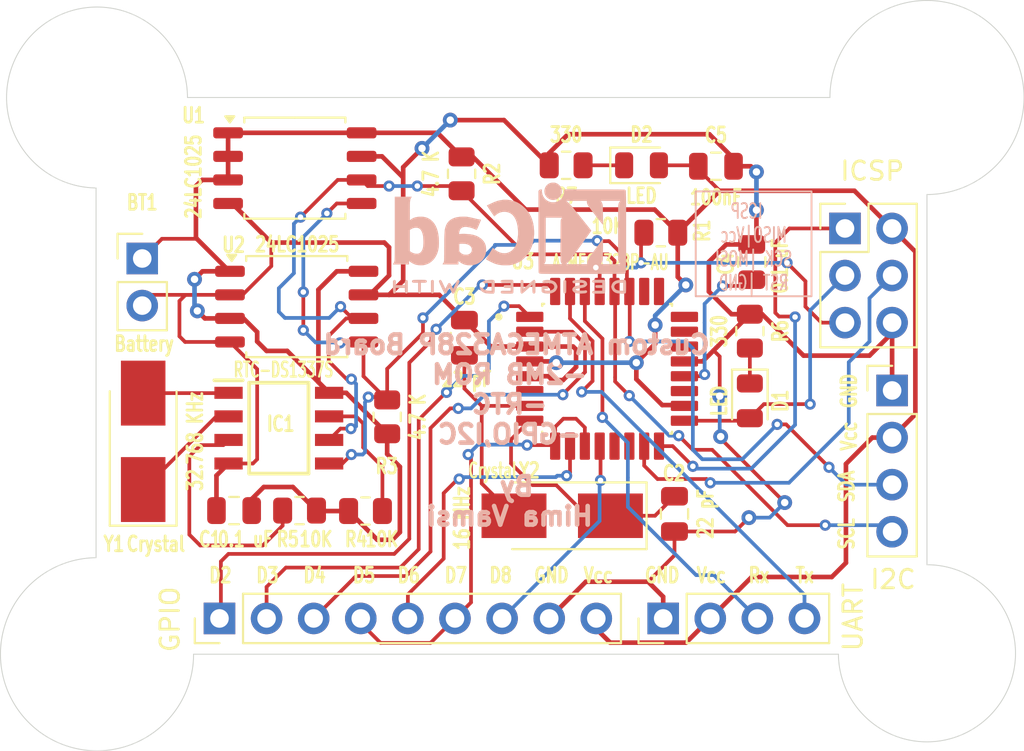
<source format=kicad_pcb>
(kicad_pcb (version 20240108) (generator "pcbnew") (generator_version "8.0")
  (title_block (title "${Project_Name}") (date "2024-07-28") (rev "1") (company "V Hima Vamsi") (comment 1 "2-Layerd Design"))
  (layers (0 "F.Cu" mixed) (31 "B.Cu" mixed) (34 "B.Paste" user) (35 "F.Paste" user) (36 "B.SilkS" user "B.Silkscreen") (37 "F.SilkS" user "F.Silkscreen") (38 "B.Mask" user) (39 "F.Mask" user) (44 "Edge.Cuts" user))
  (property "Project_Name" "MCU Datalogger with memory and clk")
  (net 0 "")
  (net 1 "GND")
  (net 2 "/Vcc")
  (net 3 "Net-(U3-PB7)")
  (net 4 "Net-(U3-PB6)")
  (net 5 "Net-(U3-AREF)")
  (net 6 "/SCL")
  (net 7 "Net-(D1-K)")
  (net 8 "Net-(D2-K)")
  (net 9 "/SDA")
  (net 10 "/INTA")
  (net 11 "Net-(IC1-SQW{slash}~{INTB})")
  (net 12 "Net-(IC1-X1)")
  (net 13 "Net-(IC1-X2)")
  (net 14 "/Rx")
  (net 15 "/Tx")
  (net 16 "/D3")
  (net 17 "/D7")
  (net 18 "/D2")
  (net 19 "/D8")
  (net 20 "/D6")
  (net 21 "/D4")
  (net 22 "/MISO")
  (net 23 "/RESET")
  (net 24 "/MOSI")
  (net 34 "/SCK")
  (footprint "LED_SMD:LED_0805_2012Metric" (layer "F.Cu") (at 156.3624 90.0684)
    (property "Reference" "D2")
    (property "Value" "LED")
  )
  (footprint "MountingHole:MountingHole_2.1mm" (layer "F.Cu") (at 127 116.3828)
    (property "Reference" "H3" (hide yes))
    (property "Value" "MountingHole" (hide yes))
  )
  (footprint "Package_SO:SOIC-8_5.23x5.23mm_P1.27mm" (layer "F.Cu") (at 137.668 90.2208)
    (property "Reference" "U1")
    (property "Value" "24LC1025")
  )
  (footprint "Capacitor_SMD:C_0805_2012Metric" (layer "F.Cu") (at 146.812 99.3648 -90)
    (property "Reference" "C3")
    (property "Value" "22 pF")
  )
  (footprint "Connector_PinHeader_2.54mm:PinHeader_1x09_P2.54mm_Vertical" (layer "F.Cu") (at 133.604 114.5032 90)
    (property "Reference" "J3" (hide yes))
    (property "Value" "Conn_01x09_Pin" (hide yes))
  )
  (footprint "Crystal:Crystal_SMD_5032-2Pin_5.0x3.2mm_HandSoldering" (layer "F.Cu") (at 152.086 108.966 180)
    (property "Reference" "Y2")
    (property "Value" "16 MHz")
  )
  (footprint "MountingHole:MountingHole_2.1mm" (layer "F.Cu") (at 171.7548 116.3828)
    (property "Reference" "H4" (hide yes))
    (property "Value" "MountingHole" (hide yes))
  )
  (footprint "Capacitor_SMD:C_0805_2012Metric" (layer "F.Cu") (at 134.3914 108.6866 180)
    (property "Reference" "C1")
    (property "Value" "0.1 uF")
  )
  (footprint "Resistor_SMD:R_0805_2012Metric" (layer "F.Cu") (at 137.922 108.6866 180)
    (property "Reference" "R5")
    (property "Value" "10K")
  )
  (footprint "Footprints for MCU DATA LOGGER:SOIC127P600X175-8N" (layer "F.Cu") (at 136.8044 104.2416)
    (property "Reference" "IC1" (hide yes))
    (property "Value" "DS1337S+T&R" (hide yes))
  )
  (footprint "Package_SO:SOIC-8_5.23x5.23mm_P1.27mm" (layer "F.Cu") (at 137.7696 97.6884)
    (property "Reference" "U2")
    (property "Value" "24LC1025")
  )
  (footprint "Resistor_SMD:R_0805_2012Metric" (layer "F.Cu") (at 152.2984 90.0684 180)
    (property "Reference" "R7")
    (property "Value" "330")
  )
  (footprint "Connector_PinHeader_2.54mm:PinHeader_1x04_P2.54mm_Vertical" (layer "F.Cu") (at 157.5308 114.5032 90)
    (property "Reference" "J2" (hide yes))
    (property "Value" "Conn_01x04_Pin" (hide yes))
  )
  (footprint "LED_SMD:LED_0805_2012Metric" (layer "F.Cu") (at 162.2044 102.7684 -90)
    (property "Reference" "D1")
    (property "Value" "LED")
  )
  (footprint "Resistor_SMD:R_0805_2012Metric" (layer "F.Cu") (at 162.2044 99.0092 -90)
    (property "Reference" "R6")
    (property "Value" "330")
  )
  (footprint "Footprints for MCU DATA LOGGER:QFP80P900X900X120-32N" (layer "F.Cu") (at 154.5064 101.0412)
    (property "Reference" "U3")
    (property "Value" "ATMEGA328P-AU")
  )
  (footprint "Capacitor_SMD:C_0805_2012Metric" (layer "F.Cu") (at 162.306 95.2856 90)
    (property "Reference" "C4")
    (property "Value" "0.1 uF")
  )
  (footprint "Capacitor_SMD:C_0805_2012Metric" (layer "F.Cu") (at 158.1404 108.8644 90)
    (property "Reference" "C2")
    (property "Value" "22 pF")
  )
  (footprint "MountingHole:MountingHole_2.1mm" (layer "F.Cu") (at 171.7548 86.36)
    (property "Reference" "H2" (hide yes))
    (property "Value" "MountingHole" (hide yes))
  )
  (footprint "Connector_PinHeader_2.54mm:PinHeader_2x03_P2.54mm_Vertical" (layer "F.Cu") (at 167.3352 93.472)
    (property "Reference" "J4" (hide yes))
    (property "Value" "Conn_02x03_Odd_Even" (hide yes))
  )
  (footprint "Resistor_SMD:R_0805_2012Metric" (layer "F.Cu") (at 157.4038 93.7006 180)
    (property "Reference" "R1" (hide yes))
    (property "Value" "10K")
  )
  (footprint "Crystal:Crystal_SMD_5032-2Pin_5.0x3.2mm_HandSoldering" (layer "F.Cu") (at 129.4892 104.9528 90)
    (property "Reference" "Y1")
    (property "Value" "32.768 KHz")
  )
  (footprint "Resistor_SMD:R_0805_2012Metric" (layer "F.Cu") (at 142.6464 103.632 90)
    (property "Reference" "R3")
    (property "Value" "4.7 K")
  )
  (footprint "Connector_PinHeader_2.54mm:PinHeader_1x02_P2.54mm_Vertical" (layer "F.Cu") (at 129.4384 95.0926)
    (property "Reference" "BT1")
    (property "Value" "Battery")
  )
  (footprint "Connector_PinHeader_2.54mm:PinHeader_1x04_P2.54mm_Vertical" (layer "F.Cu") (at 169.8752 102.2096)
    (property "Reference" "J1" (hide yes))
    (property "Value" "Conn_01x04_Pin" (hide yes))
  )
  (footprint "MountingHole:MountingHole_2.1mm" (layer "F.Cu") (at 127 86.36)
    (property "Reference" "H1" (hide yes))
    (property "Value" "MountingHole" (hide yes))
  )
  (footprint "Resistor_SMD:R_0805_2012Metric" (layer "F.Cu") (at 146.6596 90.5275 -90)
    (property "Reference" "R2")
    (property "Value" "4.7 K")
  )
  (footprint "Capacitor_SMD:C_0805_2012Metric" (layer "F.Cu") (at 160.3756 90.1192)
    (property "Reference" "C5")
    (property "Value" "100nF")
  )
  (footprint "Resistor_SMD:R_0805_2012Metric" (layer "F.Cu") (at 141.478 108.712)
    (property "Reference" "R4")
    (property "Value" "10K")
  )
  (footprint "Symbol:KiCad-Logo2_5mm_SilkScreen" (layer "B.Cu") (at 149.2504 93.98 180)
    (property "Reference" "REF**" (hide yes))
    (property "Value" "KiCad-Logo2_5mm_SilkScreen" (hide yes))
  )
  (gr_line (start 171.7548 111.607477) (end 171.7548 91.6432) (stroke (width 0.05)) (layer "Edge.Cuts"))
  (gr_line (start 132.206665 116.4336) (end 166.979746 116.4336) (stroke (width 0.05)) (layer "Edge.Cuts"))
  (gr_arc (start 166.5224 86.4108) (mid 175.454666 82.710934) (end 171.7548 91.6432) (stroke (width 0.05)) (layer "Edge.Cuts"))
  (gr_arc (start 132.206665 116.4336) (mid 123.339424 120.13624) (end 126.940513 111.227275) (stroke (width 0.05)) (layer "Edge.Cuts"))
  (gr_arc (start 126.9492 91.287863) (mid 123.569216 82.944095) (end 131.877328 86.4108) (stroke (width 0.05)) (layer "Edge.Cuts"))
  (gr_arc (start 171.7548 111.607477) (mid 175.149325 119.741506) (end 166.979746 116.433455) (stroke (width 0.05)) (layer "Edge.Cuts"))
  (gr_line (start 166.5224 86.4108) (end 131.877328 86.4108) (stroke (width 0.05)) (layer "Edge.Cuts"))
  (gr_line (start 126.9492 91.287863) (end 126.9492 111.227275) (stroke (width 0.05)) (layer "Edge.Cuts"))
  (gr_text "By \nHima Vamsi" (at 149.244783 109.5756 0) (layer "B.SilkS") (effects (font (size 1 1) (thickness 0.25) (bold yes)) (justify bottom mirror)))
  (gr_text "Custom ATMEGA328P Board \n-2MB ROM\n-RTC\n-GPIO,I2C" (at 149.244783 105.156 0) (layer "B.SilkS") (effects (font (size 1 1) (thickness 0.25) (bold yes)) (justify bottom mirror)))
  (gr_text "Vcc" (at 168.021 105.537 90) (layer "F.SilkS") (effects (font (size 0.8 0.6) (thickness 0.15) (bold yes)) (justify left bottom)))
  (gr_text "Rx" (at 162.052 112.649 0) (layer "F.SilkS") (effects (font (size 0.8 0.6) (thickness 0.15) (bold yes)) (justify left bottom)))
  (gr_text "D4\n" (at 138.049 112.649 0) (layer "F.SilkS") (effects (font (size 0.8 0.6) (thickness 0.15) (bold yes)) (justify left bottom)))
  (gr_text "Vcc" (at 153.162 112.649 0) (layer "F.SilkS") (effects (font (size 0.8 0.6) (thickness 0.15) (bold yes)) (justify left bottom)))
  (gr_text "D2" (at 132.969 112.649 0) (layer "F.SilkS") (effects (font (size 0.8 0.6) (thickness 0.15) (bold yes)) (justify left bottom)))
  (gr_text "GND\n" (at 156.464 112.649 0) (layer "F.SilkS") (effects (font (size 0.8 0.6) (thickness 0.15) (bold yes)) (justify left bottom)))
  (gr_text "D7\n" (at 145.669 112.649 0) (layer "F.SilkS") (effects (font (size 0.8 0.6) (thickness 0.15) (bold yes)) (justify left bottom)))
  (gr_text "D6" (at 143.129 112.649 0) (layer "F.SilkS") (effects (font (size 0.8 0.6) (thickness 0.15) (bold yes)) (justify left bottom)))
  (gr_text "GND\n" (at 168.021 103.251 90) (layer "F.SilkS") (effects (font (size 0.8 0.6) (thickness 0.15) (bold yes)) (justify left bottom)))
  (gr_text "Vcc" (at 159.258 112.649 0) (layer "F.SilkS") (effects (font (size 0.8 0.6) (thickness 0.15) (bold yes)) (justify left bottom)))
  (gr_text "D3\n" (at 135.509 112.649 0) (layer "F.SilkS") (effects (font (size 0.8 0.6) (thickness 0.15) (bold yes)) (justify left bottom)))
  (gr_text "Tx" (at 164.592 112.649 0) (layer "F.SilkS") (effects (font (size 0.8 0.6) (thickness 0.15) (bold yes)) (justify left bottom)))
  (gr_text "SCL" (at 167.894 110.871 90) (layer "F.SilkS") (effects (font (size 0.8 0.6) (thickness 0.15) (bold yes)) (justify left bottom)))
  (gr_text "D5" (at 140.716 112.649 0) (layer "F.SilkS") (effects (font (size 0.8 0.6) (thickness 0.15) (bold yes)) (justify left bottom)))
  (gr_text "GND\n" (at 150.495 112.649 0) (layer "F.SilkS") (effects (font (size 0.8 0.6) (thickness 0.15) (bold yes)) (justify left bottom)))
  (gr_text "D8\n" (at 148.082 112.649 0) (layer "F.SilkS") (effects (font (size 0.8 0.6) (thickness 0.15) (bold yes)) (justify left bottom)))
  (gr_text "SDA" (at 167.894 108.331 90) (layer "F.SilkS") (effects (font (size 0.8 0.6) (thickness 0.15) (bold yes)) (justify left bottom)))
  (gr_text_box "  ICSP\nMISO|Vcc\nSCK |MOSI\nRST |GND" (start 159.285267 91.474424) (end 165.529933 97.1296) (layer "B.SilkS") (effects (font (size 0.8 0.5) (thickness 0.1)) (justify top mirror)) (border yes) (stroke (width 0.1)))
  (segment (start 130.0176 97.0534) (end 129.4384 97.6326) (width 0.2) (layer "F.Cu") (net 1))
  (segment (start 162.306 94.3356) (end 160.9344 94.3356) (width 0.25) (layer "F.Cu") (net 1))
  (segment (start 142.494 94.234) (end 136.398 94.234) (width 0.25) (layer "F.Cu") (net 1))
  (segment (start 159.9946 95.2754) (end 159.9946 96.8756) (width 0.25) (layer "F.Cu") (net 1))
  (segment (start 145.4506 97.0534) (end 142.748 97.0534) (width 0.25) (layer "F.Cu") (net 1))
  (segment (start 142.748 94.488) (end 142.494 94.234) (width 0.25) (layer "F.Cu") (net 1))
  (segment (start 143.51 90.7288) (end 143.51 96.2914) (width 0.25) (layer "F.Cu") (net 1))
  (segment (start 134.1696 97.0534) (end 132.2832 97.0534) (width 0.2) (layer "F.Cu") (net 1))
  (segment (start 152.6732 99.8412) (end 152.8318 99.9998) (width 0.25) (layer "F.Cu") (net 1))
  (segment (start 156.718 112.522) (end 157.5308 113.3348) (width 0.25) (layer "F.Cu") (net 1))
  (segment (start 152.8318 99.9998) (end 152.8318 100.932) (width 0.25) (layer "F.Cu") (net 1))
  (segment (start 162.2552 90.1192) (end 162.56 90.424) (width 0.25) (layer "F.Cu") (net 1))
  (segment (start 134.1696 97.0534) (end 134.8486 97.0534) (width 0.2) (layer "F.Cu") (net 1))
  (segment (start 142.748 96.012) (end 142.748 94.488) (width 0.25) (layer "F.Cu") (net 1))
  (segment (start 141.268 89.5858) (end 142.367 89.5858) (width 0.25) (layer "F.Cu") (net 1))
  (segment (start 131.445 97.3836) (end 131.7752 97.0534) (width 0.2) (layer "F.Cu") (net 1))
  (segment (start 131.7752 97.0534) (end 132.2832 97.0534) (width 0.2) (layer "F.Cu") (net 1))
  (segment (start 152.8394 100.9396) (end 152.1282 101.6508) (width 0.25) (layer "F.Cu") (net 1))
  (segment (start 150.3364 99.8412) (end 152.6732 99.8412) (width 0.25) (layer "F.Cu") (net 1))
  (segment (start 160.5788 100.3808) (end 160.24955 100.05155) (width 0.2) (layer "F.Cu") (net 1))
  (segment (start 160.5788 102.5144) (end 160.5788 100.3808) (width 0.2) (layer "F.Cu") (net 1))
  (segment (start 151.3859 89.4061) (end 152.4 88.392) (width 0.25) (layer "F.Cu") (net 1))
  (segment (start 143.51 96.2914) (end 142.748 97.0534) (width 0.25) (layer "F.Cu") (net 1))
  (segment (start 143.51 90.7288) (end 143.51 90.17) (width 0.25) (layer "F.Cu") (net 1))
  (segment (start 160.6296 104.8004) (end 160.6296 104.6988) (width 0.2) (layer "F.Cu") (net 1))
  (segment (start 141.7066 97.0534) (end 142.748 96.012) (width 0.25) (layer "F.Cu") (net 1))
  (segment (start 135.636 105.918) (end 135.4074 106.1466) (width 0.2) (layer "F.Cu") (net 1))
  (segment (start 165.1 100.33) (end 168.656 100.33) (width 0.25) (layer "F.Cu") (net 1))
  (segment (start 146.812 98.4148) (end 148.2384 99.8412) (width 0.25) (layer "F.Cu") (net 1))
  (segment (start 133.4414 106.7976) (end 134.0924 106.1466) (width 0.25) (layer "F.Cu") (net 1))
  (segment (start 161.4068 109.8144) (end 162.1536 109.0676) (width 0.2) (layer "F.Cu") (net 1))
  (segment (start 152.8318 100.932) (end 152.8394 100.9396) (width 0.25) (layer "F.Cu") (net 1))
  (segment (start 135.636 101.0598) (end 135.636 105.918) (width 0.2) (layer "F.Cu") (net 1))
  (segment (start 142.367 89.5858) (end 143.51 90.7288) (width 0.25) (layer "F.Cu") (net 1))
  (segment (start 169.8752 98.552) (end 169.8752 102.2096) (width 0.25) (layer "F.Cu") (net 1))
  (segment (start 160.24955 100.05155) (end 160.40055 99.90055) (width 0.25) (layer "F.Cu") (net 1))
  (segment (start 146.812 98.4148) (end 145.4506 97.0534) (width 0.25) (layer "F.Cu") (net 1))
  (segment (start 161.3256 89.6976) (end 161.3256 90.1192) (width 0.25) (layer "F.Cu") (net 1))
  (segment (start 160.40055 99.90055) (end 160.50355 99.79755) (width 0.25) (layer "F.Cu") (net 1))
  (segment (start 141.395 97.028) (end 141.3696 97.0534) (width 0.25) (layer "F.Cu") (net 1))
  (segment (start 164.084 108.2548) (end 160.6296 104.8004) (width 0.2) (layer "F.Cu") (net 1))
  (segment (start 134.068 92.1258) (end 134.2898 92.1258) (width 0.25) (layer "F.Cu") (net 1))
  (segment (start 162.56 94.0816) (end 162.306 94.3356) (width 0.25) (layer "F.Cu") (net 1))
  (segment (start 157.5308 113.3348) (end 157.5308 114.5032) (width 0.25) (layer "F.Cu") (net 1))
  (segment (start 135.4074 106.1466) (end 134.0924 106.1466) (width 0.2) (layer "F.Cu") (net 1))
  (segment (start 151.384 114.5032) (end 153.3652 112.522) (width 0.25) (layer "F.Cu") (net 1))
  (segment (start 131.445 99.2886) (end 131.445 97.3836) (width 0.2) (layer "F.Cu") (net 1))
  (segment (start 161.2157 98.0967) (end 162.2044 98.0967) (width 0.25) (layer "F.Cu") (net 1))
  (segment (start 131.7498 99.5934) (end 131.445 99.2886) (width 0.2) (layer "F.Cu") (net 1))
  (segment (start 158.1404 109.8144) (end 158.1404 111.0996) (width 0.2) (layer "F.Cu") (net 1))
  (segment (start 134.1696 99.5934) (end 131.7498 99.5934) (width 0.2) (layer "F.Cu") (net 1))
  (segment (start 152.1282 101.6508) (end 151.5492 101.6508) (width 0.25) (layer "F.Cu") (net 1))
  (segment (start 142.748 97.0534) (end 141.3696 97.0534) (width 0.25) (layer "F.Cu") (net 1))
  (segment (start 158.1404 109.8144) (end 161.4068 109.8144) (width 0.2) (layer "F.Cu") (net 1))
  (segment (start 162.8667 98.0967) (end 165.1 100.33) (width 0.25) (layer "F.Cu") (net 1))
  (segment (start 161.3256 90.1192) (end 162.2552 90.1192) (width 0.25) (layer "F.Cu") (net 1))
  (segment (start 159.9946 96.8756) (end 161.2157 98.0967) (width 0.25) (layer "F.Cu") (net 1))
  (segment (start 153.3652 112.522) (end 156.718 112.522) (width 0.25) (layer "F.Cu") (net 1))
  (segment (start 133.4414 108.6866) (end 133.4414 106.7976) (width 0.25) (layer "F.Cu") (net 1))
  (segment (start 162.56 92.4814) (end 162.56 94.0816) (width 0.25) (layer "F.Cu") (net 1))
  (segment (start 158.1404 111.0996) (end 156.718 112.522) (width 0.2) (layer "F.Cu") (net 1))
  (segment (start 162.2044 98.0967) (end 162.8667 98.0967) (width 0.25) (layer "F.Cu") (net 1))
  (segment (start 151.3396 101.4412) (end 150.3364 101.4412) (width 0.25) (layer "F.Cu") (net 1))
  (segment (start 143.51 90.17) (end 144.526 89.154) (width 0.25) (layer "F.Cu") (net 1))
  (segment (start 160.02 88.392) (end 161.3256 89.6976) (width 0.25) (layer "F.Cu") (net 1))
  (segment (start 151.5492 101.6508) (end 151.3396 101.4412) (width 0.25) (layer "F.Cu") (net 1))
  (segment (start 133.5786 106.1466) (end 134.0924 106.1466) (width 0.2) (layer "F.Cu") (net 1))
  (segment (start 158.6764 100.6412) (end 158.6828 100.6348) (width 0.25) (layer "F.Cu") (net 1))
  (segment (start 160.82105 99.48005) (end 162.2044 98.0967) (width 0.25) (layer "F.Cu") (net 1))
  (segment (start 134.8486 97.0534) (end 136.398 95.504) (width 0.2) (layer "F.Cu") (net 1))
  (segment (start 146.05 87.63) (end 148.9475 87.63) (width 0.25) (layer "F.Cu") (net 1))
  (segment (start 158.6764 100.6412) (end 159.6599 100.6412) (width 0.25) (layer "F.Cu") (net 1))
  (segment (start 152.4 88.392) (end 160.02 88.392) (width 0.25) (layer "F.Cu") (net 1))
  (segment (start 160.9344 94.3356) (end 159.9946 95.2754) (width 0.25) (layer "F.Cu") (net 1))
  (segment (start 148.9475 87.63) (end 151.3859 90.0684) (width 0.25) (layer "F.Cu") (net 1))
  (segment (start 134.1696 99.5934) (end 133.3246 99.5934) (width 0.2) (layer "F.Cu") (net 1))
  (segment (start 159.6599 100.6412) (end 160.24955 100.05155) (width 0.25) (layer "F.Cu") (net 1))
  (segment (start 168.656 100.33) (end 169.8752 99.1108) (width 0.25) (layer "F.Cu") (net 1))
  (segment (start 134.2898 92.1258) (end 136.398 94.234) (width 0.25) (layer "F.Cu") (net 1))
  (segment (start 160.50355 99.79755) (end 160.82105 99.48005) (width 0.25) (layer "F.Cu") (net 1))
  (segment (start 132.2832 97.0534) (end 130.0176 97.0534) (width 0.2) (layer "F.Cu") (net 1))
  (segment (start 148.2384 99.8412) (end 150.3364 99.8412) (width 0.25) (layer "F.Cu") (net 1))
  (segment (start 134.1696 99.5934) (end 135.636 101.0598) (width 0.2) (layer "F.Cu") (net 1))
  (segment (start 136.398 95.504) (end 136.398 94.234) (width 0.2) (layer "F.Cu") (net 1))
  (segment (start 141.3696 97.0534) (end 141.7066 97.0534) (width 0.25) (layer "F.Cu") (net 1))
  (segment (start 151.3859 90.0684) (end 151.3859 89.4061) (width 0.25) (layer "F.Cu") (net 1))
  (segment (start 169.8752 99.1108) (end 169.8752 98.552) (width 0.25) (layer "F.Cu") (net 1))
  (via (at 162.1536 109.0676) (size 0.8) (drill 0.4) (layers "F.Cu" "B.Cu") (net 1))
  (via (at 146.05 87.63) (size 0.8) (drill 0.4) (layers "F.Cu" "B.Cu") (net 1))
  (via (at 162.56 92.4814) (size 0.8) (drill 0.4) (layers "F.Cu" "B.Cu") (net 1))
  (via (at 160.5788 102.5144) (size 0.8) (drill 0.4) (layers "F.Cu" "B.Cu") (net 1))
  (via (at 144.526 89.154) (size 0.8) (drill 0.4) (layers "F.Cu" "B.Cu") (net 1))
  (via (at 160.6296 104.6988) (size 0.8) (drill 0.4) (layers "F.Cu" "B.Cu") (net 1))
  (via (at 162.56 90.424) (size 0.8) (drill 0.4) (layers "F.Cu" "B.Cu") (net 1))
  (via (at 164.084 108.2548) (size 0.8) (drill 0.4) (layers "F.Cu" "B.Cu") (net 1))
  (segment (start 162.56 90.424) (end 162.56 92.4814) (width 0.25) (layer "B.Cu") (net 1))
  (segment (start 160.6296 104.6988) (end 160.5788 104.648) (width 0.2) (layer "B.Cu") (net 1))
  (segment (start 162.1536 109.0676) (end 163.2712 109.0676) (width 0.2) (layer "B.Cu") (net 1))
  (segment (start 163.2712 109.0676) (end 164.084 108.2548) (width 0.2) (layer "B.Cu") (net 1))
  (segment (start 160.5788 104.648) (end 160.5788 102.5144) (width 0.2) (layer "B.Cu") (net 1))
  (segment (start 162.56 92.4814) (end 162.5346 92.5068) (width 0.25) (layer "B.Cu") (net 1))
  (segment (start 144.526 89.154) (end 146.05 87.63) (width 0.25) (layer "B.Cu") (net 1))
  (segment (start 142.6464 104.5445) (end 142.6464 105.6386) (width 0.25) (layer "F.Cu") (net 2))
  (segment (start 158.6322 102.997) (end 158.6764 103.0412) (width 0.25) (layer "F.Cu") (net 2))
  (segment (start 146.6596 89.615) (end 147.273 89.615) (width 0.25) (layer "F.Cu") (net 2))
  (segment (start 145.3604 88.3158) (end 146.6596 89.615) (width 0.25) (layer "F.Cu") (net 2))
  (segment (start 153.924 115.062) (end 154.6706 115.8086) (width 0.25) (layer "F.Cu") (net 2))
  (segment (start 154.6706 115.8086) (end 158.7654 115.8086) (width 0.25) (layer "F.Cu") (net 2))
  (segment (start 139.9286 95.7834) (end 138.938 96.774) (width 0.25) (layer "F.Cu") (net 2))
  (segment (start 156.083 101.6) (end 157.48 102.997) (width 0.25) (layer "F.Cu") (net 2))
  (segment (start 129.4384 95.0926) (end 130.5002 94.0308) (width 0.2) (layer "F.Cu") (net 2))
  (segment (start 132.6642 90.8558) (end 134.068 90.8558) (width 0.25) (layer "F.Cu") (net 2))
  (segment (start 159.4256 90.2887) (end 160.5769 91.44) (width 0.2) (layer "F.Cu") (net 2))
  (segment (start 171.1298 94.7266) (end 171.1298 103.495) (width 0.25) (layer "F.Cu") (net 2))
  (segment (start 141.268 88.3158) (end 145.3604 88.3158) (width 0.25) (layer "F.Cu") (net 2))
  (segment (start 139.5164 102.3366) (end 140.4385 102.3366) (width 0.25) (layer "F.Cu") (net 2))
  (segment (start 132.3848 94.0308) (end 132.334 93.98) (width 0.25) (layer "F.Cu") (net 2))
  (segment (start 153.924 114.5032) (end 153.924 115.062) (width 0.25) (layer "F.Cu") (net 2))
  (segment (start 130.5002 94.0308) (end 132.3848 94.0308) (width 0.2) (layer "F.Cu") (net 2))
  (segment (start 143.3322 109.855) (end 142.9258 110.2614) (width 0.25) (layer "F.Cu") (net 2))
  (segment (start 134.1696 95.7834) (end 132.8166 95.7834) (width 0.25) (layer "F.Cu") (net 2))
  (segment (start 157.48 102.997) (end 158.6322 102.997) (width 0.25) (layer "F.Cu") (net 2))
  (segment (start 135.3414 108.6866) (end 135.3414 108.0668) (width 0.25) (layer "F.Cu") (net 2))
  (segment (start 166.624 112.268) (end 162.306 112.268) (width 0.25) (layer "F.Cu") (net 2))
  (segment (start 158.3163 93.7006) (end 158.3163 96.0863) (width 0.25) (layer "F.Cu") (net 2))
  (segment (start 157.0717 92.456) (end 158.3163 93.7006) (width 0.25) (layer "F.Cu") (net 2))
  (segment (start 134.068 89.5858) (end 134.068 90.8558) (width 0.25) (layer "F.Cu") (net 2))
  (segment (start 135.9916 107.4166) (end 137.5645 107.4166) (width 0.25) (layer "F.Cu") (net 2))
  (segment (start 167.386 106.172) (end 167.386 111.506) (width 0.25) (layer "F.Cu") (net 2))
  (segment (start 168.8084 104.7496) (end 167.386 106.172) (width 0.25) (layer "F.Cu") (net 2))
  (segment (start 134.8994 98.3234) (end 134.1696 98.3234) (width 0.25) (layer "F.Cu") (net 2))
  (segment (start 150.3364 100.6412) (end 151.6952 100.6412) (width 0.25) (layer "F.Cu") (net 2))
  (segment (start 147.273 89.615) (end 150.114 92.456) (width 0.25) (layer "F.Cu") (net 2))
  (segment (start 135.636 99.06) (end 134.8994 98.3234) (width 0.25) (layer "F.Cu") (net 2))
  (segment (start 132.4102 97.917) (end 132.8166 98.3234) (width 0.25) (layer "F.Cu") (net 2))
  (segment (start 169.8752 104.7496) (end 168.8084 104.7496) (width 0.25) (layer "F.Cu") (net 2))
  (segment (start 137.5645 107.4166) (end 138.8345 108.6866) (width 0.25) (layer "F.Cu") (net 2))
  (segment (start 159.4256 90.1192) (end 159.4256 90.2887) (width 0.2) (layer "F.Cu") (net 2))
  (segment (start 141.3696 95.7834) (end 139.9286 95.7834) (width 0.25) (layer "F.Cu") (net 2))
  (segment (start 158.7654 115.8086) (end 160.0708 114.5032) (width 0.25) (layer "F.Cu") (net 2))
  (segment (start 138.938 96.774) (end 138.938 101.7582) (width 0.25) (layer "F.Cu") (net 2))
  (segment (start 132.8166 95.7834) (end 132.6896 95.7834) (width 0.25) (layer "F.Cu") (net 2))
  (segment (start 156.083 100.711) (end 156.083 101.6) (width 0.25) (layer "F.Cu") (net 2))
  (segment (start 140.4385 102.3366) (end 142.6464 104.5445) (width 0.25) (layer "F.Cu") (net 2))
  (segment (start 136.144 100.076) (end 135.636 99.568) (width 0.25) (layer "F.Cu") (net 2))
  (segment (start 132.8166 98.3234) (end 134.1696 98.3234) (width 0.25) (layer "F.Cu") (net 2))
  (segment (start 150.114 92.456) (end 157.0717 92.456) (width 0.25) (layer "F.Cu") (net 2))
  (segment (start 171.1298 103.495) (end 169.8752 104.7496) (width 0.25) (layer "F.Cu") (net 2))
  (segment (start 135.3414 108.0668) (end 135.9916 107.4166) (width 0.25) (layer "F.Cu") (net 2))
  (segment (start 162.306 112.268) (end 160.0708 114.5032) (width 0.25) (layer "F.Cu") (net 2))
  (segment (start 142.6464 105.6386) (end 143.3322 106.3244) (width 0.25) (layer "F.Cu") (net 2))
  (segment (start 157.2999 90.0684) (end 159.3748 90.0684) (width 0.2) (layer "F.Cu") (net 2))
  (segment (start 137.2558 100.076) (end 136.144 100.076) (width 0.25) (layer "F.Cu") (net 2))
  (segment (start 143.3322 106.3244) (end 143.3322 109.855) (width 0.25) (layer "F.Cu") (net 2))
  (segment (start 134.1696 95.7834) (end 134.1374 95.7834) (width 0.25) (layer "F.Cu") (net 2))
  (segment (start 142.9258 110.2614) (end 142.1149 110.2614) (width 0.25) (layer "F.Cu") (net 2))
  (segment (start 167.8432 91.44) (end 160.5769 91.44) (width 0.25) (layer "F.Cu") (net 2))
  (segment (start 169.8752 93.472) (end 167.8432 91.44) (width 0.25) (layer "F.Cu") (net 2))
  (segment (start 142.1149 110.2614) (end 140.5655 108.712) (width 0.25) (layer "F.Cu") (net 2))
  (segment (start 138.8599 108.712) (end 140.5655 108.712) (width 0.25) (layer "F.Cu") (net 2))
  (segment (start 134.068 88.3158) (end 141.268 88.3158) (width 0.25) (layer "F.Cu") (net 2))
  (segment (start 159.3748 90.0684) (end 159.4256 90.1192) (width 0.2) (layer "F.Cu") (net 2))
  (segment (start 157.099 98.679) (end 157.099 99.695) (width 0.25) (layer "F.Cu") (net 2))
  (segment (start 158.3163 96.0863) (end 158.75 96.52) (width 0.25) (layer "F.Cu") (net 2))
  (segment (start 132.334 93.98) (end 132.334 91.186) (width 0.25) (layer "F.Cu") (net 2))
  (segment (start 169.8752 93.472) (end 171.1298 94.7266) (width 0.25) (layer "F.Cu") (net 2))
  (segment (start 134.1374 95.7834) (end 132.3848 94.0308) (width 0.25) (layer "F.Cu") (net 2))
  (segment (start 138.8345 108.6866) (end 138.8599 108.712) (width 0.25) (layer "F.Cu") (net 2))
  (segment (start 151.6952 100.6412) (end 151.765 100.711) (width 0.25) (layer "F.Cu") (net 2))
  (segment (start 157.099 99.695) (end 156.083 100.711) (width 0.25) (layer "F.Cu") (net 2))
  (segment (start 160.0708 114.3508) (end 160.0708 114.5032) (width 0.25) (layer "F.Cu") (net 2))
  (segment (start 134.068 88.3158) (end 134.068 89.5858) (width 0.25) (layer "F.Cu") (net 2))
  (segment (start 167.386 111.506) (end 166.624 112.268) (width 0.25) (layer "F.Cu") (net 2))
  (segment (start 169.8752 93.5228) (end 169.8752 93.472) (width 0.25) (layer "F.Cu") (net 2))
  (segment (start 135.636 99.568) (end 135.636 99.06) (width 0.25) (layer "F.Cu") (net 2))
  (segment (start 132.6896 95.7834) (end 132.2578 96.2152) (width 0.25) (layer "F.Cu") (net 2))
  (segment (start 138.938 101.7582) (end 139.5164 102.3366) (width 0.25) (layer "F.Cu") (net 2))
  (segment (start 132.334 91.186) (end 132.6642 90.8558) (width 0.25) (layer "F.Cu") (net 2))
  (segment (start 139.5164 102.3366) (end 137.2558 100.076) (width 0.25) (layer "F.Cu") (net 2))
  (segment (start 160.5769 91.44) (end 158.3163 93.7006) (width 0.25) (layer "F.Cu") (net 2))
  (via (at 132.4102 97.917) (size 0.8) (drill 0.4) (layers "F.Cu" "B.Cu") (net 2))
  (via (at 157.099 98.679) (size 0.8) (drill 0.4) (layers "F.Cu" "B.Cu") (net 2))
  (via (at 132.2578 96.2152) (size 0.8) (drill 0.4) (layers "F.Cu" "B.Cu") (net 2))
  (via (at 156.083 100.711) (size 0.8) (drill 0.4) (layers "F.Cu" "B.Cu") (net 2))
  (via (at 151.765 100.711) (size 0.8) (drill 0.4) (layers "F.Cu" "B.Cu") (net 2))
  (via (at 158.75 96.52) (size 0.8) (drill 0.4) (layers "F.Cu" "B.Cu") (net 2))
  (segment (start 158.75 96.52) (end 157.099 98.171) (width 0.25) (layer "B.Cu") (net 2))
  (segment (start 132.2578 96.2152) (end 132.2578 97.7646) (width 0.25) (layer "B.Cu") (net 2))
  (segment (start 132.2578 97.7646) (end 132.4102 97.917) (width 0.25) (layer "B.Cu") (net 2))
  (segment (start 153.416 100.711) (end 156.083 100.711) (width 0.25) (layer "B.Cu") (net 2))
  (segment (start 157.099 98.171) (end 157.099 98.679) (width 0.25) (layer "B.Cu") (net 2))
  (segment (start 151.765 100.711) (end 153.416 100.711) (width 0.25) (layer "B.Cu") (net 2))
  (segment (start 154.686 108.966) (end 157.0888 108.966) (width 0.2) (layer "F.Cu") (net 3))
  (segment (start 149.3266 106.1466) (end 150.495 107.315) (width 0.2) (layer "F.Cu") (net 3))
  (segment (start 150.3364 103.8412) (end 149.3266 104.851) (width 0.2) (layer "F.Cu") (net 3))
  (segment (start 157.0888 108.966) (end 158.1404 107.9144) (width 0.2) (layer "F.Cu") (net 3))
  (segment (start 150.495 107.315) (end 151.765 107.315) (width 0.2) (layer "F.Cu") (net 3))
  (segment (start 153.416 108.966) (end 154.686 108.966) (width 0.2) (layer "F.Cu") (net 3))
  (segment (start 151.765 107.315) (end 153.416 108.966) (width 0.2) (layer "F.Cu") (net 3))
  (segment (start 149.3266 104.851) (end 149.3266 106.1466) (width 0.2) (layer "F.Cu") (net 3))
  (segment (start 147.7452 103.0412) (end 150.3364 103.0412) (width 0.2) (layer "F.Cu") (net 4))
  (segment (start 149.486 108.966) (end 147.7452 107.2252) (width 0.2) (layer "F.Cu") (net 4))
  (segment (start 146.812 100.3148) (end 146.812 102.108) (width 0.2) (layer "F.Cu") (net 4))
  (segment (start 146.812 102.108) (end 147.7452 103.0412) (width 0.2) (layer "F.Cu") (net 4))
  (segment (start 147.7452 107.2252) (end 147.7452 103.0412) (width 0.2) (layer "F.Cu") (net 4))
  (segment (start 158.6764 101.4412) (end 159.6708 101.4412) (width 0.2) (layer "F.Cu") (net 5))
  (segment (start 161.9708 96.5708) (end 162.306 96.2356) (width 0.2) (layer "F.Cu") (net 5))
  (segment (start 159.6708 101.4412) (end 159.766 101.346) (width 0.2) (layer "F.Cu") (net 5))
  (segment (start 160.7312 96.5708) (end 161.9708 96.5708) (width 0.2) (layer "F.Cu") (net 5))
  (via (at 159.766 101.346) (size 0.6) (drill 0.3) (layers "F.Cu" "B.Cu") (net 5))
  (via (at 160.7312 96.5708) (size 0.6) (drill 0.3) (layers "F.Cu" "B.Cu") (net 5))
  (segment (start 159.766 97.536) (end 160.7312 96.5708) (width 0.2) (layer "B.Cu") (net 5))
  (segment (start 159.766 98.552) (end 159.766 97.536) (width 0.2) (layer "B.Cu") (net 5))
  (segment (start 159.766 101.346) (end 159.766 98.552) (width 0.2) (layer "B.Cu") (net 5))
  (segment (start 141.268 90.8558) (end 141.5982 91.186) (width 0.2) (layer "F.Cu") (net 6))
  (segment (start 154.94 101.4984) (end 154.94 101.727) (width 0.2) (layer "F.Cu") (net 6))
  (segment (start 144.272 91.186) (end 146.4056 91.186) (width 0.2) (layer "F.Cu") (net 6))
  (segment (start 154.94 101.727) (end 155.702 102.489) (width 0.2) (layer "F.Cu") (net 6))
  (segment (start 140.1318 97.6884) (end 140.7668 98.3234) (width 0.2) (layer "F.Cu") (net 6))
  (segment (start 150.0886 94.869) (end 154.559 94.869) (width 0.2) (layer "F.Cu") (net 6))
  (segment (start 140.4366 98.3234) (end 139.4968 99.2632) (width 0.2) (layer "F.Cu") (net 6))
  (segment (start 140.7668 98.3234) (end 141.3696 98.3234) (width 0.2) (layer "F.Cu") (net 6))
  (segment (start 154.9064 95.2164) (end 154.9064 96.8712) (width 0.2) (layer "F.Cu") (net 6))
  (segment (start 160.1724 105.41) (end 164.2364 109.474) (width 0.2) (layer "F.Cu") (net 6))
  (segment (start 158.369 104.648) (end 159.131 105.41) (width 0.2) (layer "F.Cu") (net 6))
  (segment (start 139.4968 99.2632) (end 139.4968 100.6348) (width 0.2) (layer "F.Cu") (net 6))
  (segment (start 146.4056 91.186) (end 146.6596 91.44) (width 0.2) (layer "F.Cu") (net 6))
  (segment (start 141.3696 98.3234) (end 140.4366 98.3234) (width 0.2) (layer "F.Cu") (net 6))
  (segment (start 140.126 104.267) (end 139.5164 104.8766) (width 0.2) (layer "F.Cu") (net 6))
  (segment (start 164.2364 109.474) (end 166.2684 109.474) (width 0.2) (layer "F.Cu") (net 6))
  (segment (start 141.268 90.8558) (end 139.9794 90.8558) (width 0.2) (layer "F.Cu") (net 6))
  (segment (start 146.6596 91.44) (end 150.0886 94.869) (width 0.2) (layer "F.Cu") (net 6))
  (segment (start 141.5982 91.186) (end 142.748 91.186) (width 0.2) (layer "F.Cu") (net 6))
  (segment (start 159.131 105.41) (end 160.1724 105.41) (width 0.2) (layer "F.Cu") (net 6))
  (segment (start 154.559 94.869) (end 154.9064 95.2164) (width 0.2) (layer "F.Cu") (net 6))
  (segment (start 140.462 101.6) (end 140.716 101.6) (width 0.2) (layer "F.Cu") (net 6))
  (segment (start 154.94 101.4984) (end 154.94 96.9048) (width 0.2) (layer "F.Cu") (net 6))
  (segment (start 139.4968 100.6348) (end 140.462 101.6) (width 0.2) (layer "F.Cu") (net 6))
  (segment (start 139.9794 90.8558) (end 137.9728 92.8624) (width 0.2) (layer "F.Cu") (net 6))
  (segment (start 140.6906 104.267) (end 140.126 104.267) (width 0.2) (layer "F.Cu") (net 6))
  (segment (start 154.94 96.9048) (end 154.9064 96.8712) (width 0.2) (layer "F.Cu") (net 6))
  (via (at 144.272 91.186) (size 0.6) (drill 0.3) (layers "F.Cu" "B.Cu") (net 6))
  (via (at 155.702 102.489) (size 0.6) (drill 0.3) (layers "F.Cu" "B.Cu") (net 6))
  (via (at 140.1318 97.6884) (size 0.6) (drill 0.3) (layers "F.Cu" "B.Cu") (net 6))
  (via (at 140.716 101.6) (size 0.6) (drill 0.3) (layers "F.Cu" "B.Cu") (net 6))
  (via (at 137.9728 92.8624) (size 0.6) (drill 0.3) (layers "F.Cu" "B.Cu") (net 6))
  (via (at 166.2684 109.474) (size 0.6) (drill 0.3) (layers "F.Cu" "B.Cu") (net 6))
  (via (at 142.748 91.186) (size 0.6) (drill 0.3) (layers "F.Cu" "B.Cu") (net 6))
  (via (at 140.6906 104.267) (size 0.6) (drill 0.3) (layers "F.Cu" "B.Cu") (net 6))
  (via (at 158.369 104.648) (size 0.6) (drill 0.3) (layers "F.Cu" "B.Cu") (net 6))
  (segment (start 136.8044 97.9678) (end 137.1346 98.298) (width 0.2) (layer "B.Cu") (net 6))
  (segment (start 139.5222 98.298) (end 140.1318 97.6884) (width 0.2) (layer "B.Cu") (net 6))
  (segment (start 157.861 104.648) (end 158.369 104.648) (width 0.2) (layer "B.Cu") (net 6))
  (segment (start 142.748 91.186) (end 144.272 91.186) (width 0.2) (layer "B.Cu") (net 6))
  (segment (start 166.2684 109.474) (end 169.5196 109.474) (width 0.2) (layer "B.Cu") (net 6))
  (segment (start 136.8044 96.6978) (end 136.8044 97.9678) (width 0.2) (layer "B.Cu") (net 6))
  (segment (start 140.97 101.854) (end 140.97 104.14) (width 0.2) (layer "B.Cu") (net 6))
  (segment (start 137.6172 95.885) (end 136.8044 96.6978) (width 0.2) (layer "B.Cu") (net 6))
  (segment (start 140.716 101.6) (end 140.97 101.854) (width 0.2) (layer "B.Cu") (net 6))
  (segment (start 137.1346 98.298) (end 139.5222 98.298) (width 0.2) (layer "B.Cu") (net 6))
  (segment (start 137.9728 92.8624) (end 137.6172 93.218) (width 0.2) (layer "B.Cu") (net 6))
  (segment (start 140.97 104.14) (end 140.843 104.267) (width 0.2) (layer "B.Cu") (net 6))
  (segment (start 169.5196 109.474) (end 169.8752 109.8296) (width 0.2) (layer "B.Cu") (net 6))
  (segment (start 140.843 104.267) (end 140.6906 104.267) (width 0.2) (layer "B.Cu") (net 6))
  (segment (start 155.702 102.489) (end 157.861 104.648) (width 0.2) (layer "B.Cu") (net 6))
  (segment (start 137.6172 93.218) (end 137.6172 95.885) (width 0.2) (layer "B.Cu") (net 6))
  (segment (start 162.2044 99.9217) (end 162.2044 101.8309) (width 0.2) (layer "F.Cu") (net 7))
  (segment (start 153.2109 90.0684) (end 155.4249 90.0684) (width 0.2) (layer "F.Cu") (net 8))
  (segment (start 142.6464 101.0412) (end 144.5768 99.1108) (width 0.2) (layer "F.Cu") (net 9))
  (segment (start 142.4921 102.5652) (end 142.6464 102.7195) (width 0.2) (layer "F.Cu") (net 9))
  (segment (start 141.268 92.1258) (end 139.9286 92.1258) (width 0.2) (layer "F.Cu") (net 9))
  (segment (start 155.575 95.123) (end 155.575 96.7398) (width 0.2) (layer "F.Cu") (net 9))
  (segment (start 155.7274 96.8922) (end 155.7064 96.8712) (width 0.2) (layer "F.Cu") (net 9))
  (segment (start 138.1252 96.901) (end 138.1252 98.9584) (width 0.2) (layer "F.Cu") (net 9))
  (segment (start 141.3188 99.6442) (end 141.3696 99.5934) (width 0.2) (layer "F.Cu") (net 9))
  (segment (start 154.6098 94.1578) (end 154.559 94.1578) (width 0.2) (layer "F.Cu") (net 9))
  (segment (start 144.5768 99.1108) (end 144.5768 98.298) (width 0.2) (layer "F.Cu") (net 9))
  (segment (start 139.9286 92.1258) (end 139.3952 92.6592) (width 0.2) (layer "F.Cu") (net 9))
  (segment (start 139.5164 106.1466) (end 140.2334 106.1466) (width 0.2) (layer "F.Cu") (net 9))
  (segment (start 154.0002 94.1578) (end 153.9748 94.1324) (width 0.2) (layer "F.Cu") (net 9))
  (segment (start 141.3696 99.5934) (end 141.3696 101.4427) (width 0.2) (layer "F.Cu") (net 9))
  (segment (start 141.6304 102.5652) (end 142.4921 102.5652) (width 0.2) (layer "F.Cu") (net 9))
  (segment (start 154.559 94.1578) (end 154.0002 94.1578) (width 0.2) (layer "F.Cu") (net 9))
  (segment (start 155.702 99.568) (end 155.7274 99.5426) (width 0.2) (layer "F.Cu") (net 9))
  (segment (start 163.6776 104.0384) (end 164.1602 104.0384) (width 0.2) (layer "F.Cu") (net 9))
  (segment (start 142.6464 102.7195) (end 142.6464 101.0412) (width 0.2) (layer "F.Cu") (net 9))
  (segment (start 140.1064 99.6442) (end 141.3188 99.6442) (width 0.2) (layer "F.Cu") (net 9))
  (segment (start 164.1602 104.0384) (end 166.4716 106.3498) (width 0.2) (layer "F.Cu") (net 9))
  (segment (start 140.2334 106.1466) (end 140.716 105.664) (width 0.2) (layer "F.Cu") (net 9))
  (segment (start 141.3696 101.4427) (end 142.6464 102.7195) (width 0.2) (layer "F.Cu") (net 9))
  (segment (start 155.575 96.7398) (end 155.7064 96.8712) (width 0.2) (layer "F.Cu") (net 9))
  (segment (start 155.575 95.123) (end 154.6098 94.1578) (width 0.2) (layer "F.Cu") (net 9))
  (segment (start 155.7274 99.5426) (end 155.7274 96.8922) (width 0.2) (layer "F.Cu") (net 9))
  (segment (start 141.268 92.1258) (end 141.2426 92.1004) (width 0.2) (layer "F.Cu") (net 9))
  (via (at 144.5768 98.298) (size 0.6) (drill 0.3) (layers "F.Cu" "B.Cu") (net 9))
  (via (at 138.1252 98.9584) (size 0.6) (drill 0.3) (layers "F.Cu" "B.Cu") (net 9))
  (via (at 139.3952 92.6592) (size 0.6) (drill 0.3) (layers "F.Cu" "B.Cu") (net 9))
  (via (at 153.9748 94.1324) (size 0.6) (drill 0.3) (layers "F.Cu" "B.Cu") (net 9))
  (via (at 163.6776 104.0384) (size 0.6) (drill 0.3) (layers "F.Cu" "B.Cu") (net 9))
  (via (at 140.1064 99.6442) (size 0.6) (drill 0.3) (layers "F.Cu" "B.Cu") (net 9))
  (via (at 155.702 99.568) (size 0.6) (drill 0.3) (layers "F.Cu" "B.Cu") (net 9))
  (via (at 166.4716 106.3498) (size 0.6) (drill 0.3) (layers "F.Cu" "B.Cu") (net 9))
  (via (at 141.6304 102.5652) (size 0.6) (drill 0.3) (layers "F.Cu" "B.Cu") (net 9))
  (via (at 140.716 105.664) (size 0.6) (drill 0.3) (layers "F.Cu" "B.Cu") (net 9))
  (via (at 138.1252 96.901) (size 0.6) (drill 0.3) (layers "F.Cu" "B.Cu") (net 9))
  (segment (start 159.639 105.918) (end 161.798 105.918) (width 0.2) (layer "B.Cu") (net 9))
  (segment (start 138.1252 96.901) (end 138.1252 93.9292) (width 0.2) (layer "B.Cu") (net 9))
  (segment (start 141.5542 102.6414) (end 141.6304 102.5652) (width 0.2) (layer "B.Cu") (net 9))
  (segment (start 138.1252 98.9584) (end 138.7856 99.6188) (width 0.2) (layer "B.Cu") (net 9))
  (segment (start 150.5458 94.1324) (end 150.3172 94.361) (width 0.2) (layer "B.Cu") (net 9))
  (segment (start 167.4114 107.2896) (end 166.4716 106.3498) (width 0.2) (layer "B.Cu") (net 9))
  (segment (start 159.131 99.949) (end 159.131 105.41) (width 0.2) (layer "B.Cu") (net 9))
  (segment (start 158.75 99.568) (end 159.131 99.949) (width 0.2) (layer "B.Cu") (net 9))
  (segment (start 148.463 94.4118) (end 144.5768 98.298) (width 0.2) (layer "B.Cu") (net 9))
  (segment (start 155.702 99.568) (end 158.75 99.568) (width 0.2) (layer "B.Cu") (net 9))
  (segment (start 141.4526 102.8446) (end 141.5542 102.743) (width 0.2) (layer "B.Cu") (net 9))
  (segment (start 138.7856 99.6188) (end 140.081 99.6188) (width 0.2) (layer "B.Cu") (net 9))
  (segment (start 140.716 105.664) (end 141.3256 105.664) (width 0.2) (layer "B.Cu") (net 9))
  (segment (start 153.9748 94.1324) (end 150.5458 94.1324) (width 0.2) (layer "B.Cu") (net 9))
  (segment (start 141.3256 105.664) (end 141.4526 105.537) (width 0.2) (layer "B.Cu") (net 9))
  (segment (start 169.8752 107.2896) (end 167.4114 107.2896) (width 0.2) (layer "B.Cu") (net 9))
  (segment (start 161.798 105.918) (end 163.6776 104.0384) (width 0.2) (layer "B.Cu") (net 9))
  (segment (start 140.081 99.6188) (end 140.1064 99.6442) (width 0.2) (layer "B.Cu") (net 9))
  (segment (start 159.131 105.41) (end 159.639 105.918) (width 0.2) (layer "B.Cu") (net 9))
  (segment (start 138.1252 93.9292) (end 139.3952 92.6592) (width 0.2) (layer "B.Cu") (net 9))
  (segment (start 141.4526 105.537) (end 141.4526 102.8446) (width 0.2) (layer "B.Cu") (net 9))
  (segment (start 148.463 94.361) (end 148.463 94.4118) (width 0.2) (layer "B.Cu") (net 9))
  (segment (start 141.5542 102.743) (end 141.5542 102.6414) (width 0.2) (layer "B.Cu") (net 9))
  (segment (start 150.3172 94.361) (end 148.463 94.361) (width 0.2) (layer "B.Cu") (net 9))
  (segment (start 135.9408 110.5662) (end 137.0095 109.4975) (width 0.2) (layer "F.Cu") (net 10))
  (segment (start 132.5626 110.5662) (end 135.9408 110.5662) (width 0.2) (layer "F.Cu") (net 10))
  (segment (start 131.9784 105.7656) (end 131.9784 109.982) (width 0.2) (layer "F.Cu") (net 10))
  (segment (start 133.813 105.156) (end 132.588 105.156) (width 0.2) (layer "F.Cu") (net 10))
  (segment (start 137.0095 109.4975) (end 137.0095 108.6866) (width 0.2) (layer "F.Cu") (net 10))
  (segment (start 132.588 105.156) (end 131.9784 105.7656) (width 0.2) (layer "F.Cu") (net 10))
  (segment (start 134.0924 104.8766) (end 133.813 105.156) (width 0.2) (layer "F.Cu") (net 10))
  (segment (start 131.9784 109.982) (end 132.5626 110.5662) (width 0.2) (layer "F.Cu") (net 10))
  (segment (start 141.351 105.283) (end 141.351 103.9876) (width 0.2) (layer "F.Cu") (net 11))
  (segment (start 140.97 103.6066) (end 139.5164 103.6066) (width 0.2) (layer "F.Cu") (net 11))
  (segment (start 142.3905 108.712) (end 142.3905 106.3225) (width 0.2) (layer "F.Cu") (net 11))
  (segment (start 142.3905 106.3225) (end 141.351 105.283) (width 0.2) (layer "F.Cu") (net 11))
  (segment (start 141.351 103.9876) (end 140.97 103.6066) (width 0.2) (layer "F.Cu") (net 11))
  (segment (start 134.0762 102.3528) (end 134.0924 102.3366) (width 0.2) (layer "F.Cu") (net 12))
  (segment (start 129.4892 102.3528) (end 134.0762 102.3528) (width 0.2) (layer "F.Cu") (net 12))
  (segment (start 129.4892 107.5528) (end 133.4354 103.6066) (width 0.2) (layer "F.Cu") (net 13))
  (segment (start 133.4354 103.6066) (end 134.0924 103.6066) (width 0.2) (layer "F.Cu") (net 13))
  (segment (start 153.3064 98.4678) (end 153.3064 96.8712) (width 0.2) (layer "F.Cu") (net 14))
  (segment (start 153.3064 96.8712) (end 153.4414 97.0062) (width 0.2) (layer "F.Cu") (net 14))
  (segment (start 154.2542 99.4156) (end 153.3064 98.4678) (width 0.2) (layer "F.Cu") (net 14))
  (segment (start 154.2542 103.6574) (end 154.2542 99.4156) (width 0.2) (layer "F.Cu") (net 14))
  (via (at 154.2542 103.6574) (size 0.6) (drill 0.3) (layers "F.Cu" "B.Cu") (net 14))
  (segment (start 160.274 112.1664) (end 159.3088 112.1664) (width 0.2) (layer "B.Cu") (net 14))
  (segment (start 155.6258 108.4834) (end 155.6258 106.9086) (width 0.2) (layer "B.Cu") (net 14))
  (segment (start 155.6258 106.9086) (end 155.6258 105.029) (width 0.2) (layer "B.Cu") (net 14))
  (segment (start 159.3088 112.1664) (end 155.6258 108.4834) (width 0.2) (layer "B.Cu") (net 14))
  (segment (start 162.6108 114.5032) (end 160.274 112.1664) (width 0.2) (layer "B.Cu") (net 14))
  (segment (start 155.6258 105.029) (end 154.2542 103.6574) (width 0.2) (layer "B.Cu") (net 14))
  (segment (start 153.7208 101.7016) (end 153.1366 102.2858) (width 0.2) (layer "F.Cu") (net 15))
  (segment (start 152.5064 98.3282) (end 153.7208 99.5426) (width 0.2) (layer "F.Cu") (net 15))
  (segment (start 152.5064 96.8712) (end 152.5064 98.3282) (width 0.2) (layer "F.Cu") (net 15))
  (segment (start 153.7208 99.5426) (end 153.7208 101.7016) (width 0.2) (layer "F.Cu") (net 15))
  (via (at 153.1366 102.2858) (size 0.6) (drill 0.3) (layers "F.Cu" "B.Cu") (net 15))
  (segment (start 154.2034 102.2858) (end 165.1508 113.2332) (width 0.2) (layer "B.Cu") (net 15))
  (segment (start 165.1508 113.2332) (end 165.1508 114.5032) (width 0.2) (layer "B.Cu") (net 15))
  (segment (start 153.1366 102.2858) (end 154.2034 102.2858) (width 0.2) (layer "B.Cu") (net 15))
  (segment (start 137.1854 111.76) (end 143.3576 111.76) (width 0.2) (layer "F.Cu") (net 16))
  (segment (start 144.3482 110.7694) (end 144.3482 103.7844) (width 0.2) (layer "F.Cu") (net 16))
  (segment (start 149.7582 97.663) (end 150.3364 98.2412) (width 0.2) (layer "F.Cu") (net 16))
  (segment (start 136.144 114.5032) (end 136.144 112.8014) (width 0.2) (layer "F.Cu") (net 16))
  (segment (start 143.3576 111.76) (end 144.3482 110.7694) (width 0.2) (layer "F.Cu") (net 16))
  (segment (start 145.8214 102.3112) (end 145.8468 102.3112) (width 0.2) (layer "F.Cu") (net 16))
  (segment (start 148.9456 97.663) (end 149.7582 97.663) (width 0.2) (layer "F.Cu") (net 16))
  (segment (start 144.3482 103.7844) (end 145.8214 102.3112) (width 0.2) (layer "F.Cu") (net 16))
  (segment (start 136.144 112.8014) (end 137.1854 111.76) (width 0.2) (layer "F.Cu") (net 16))
  (via (at 148.9456 97.663) (size 0.6) (drill 0.3) (layers "F.Cu" "B.Cu") (net 16))
  (via (at 145.8468 102.3112) (size 0.6) (drill 0.3) (layers "F.Cu" "B.Cu") (net 16))
  (segment (start 146.7358 101.4222) (end 147.4978 101.4222) (width 0.2) (layer "B.Cu") (net 16))
  (segment (start 148.1328 98.4758) (end 148.9456 97.663) (width 0.2) (layer "B.Cu") (net 16))
  (segment (start 147.4978 101.4222) (end 147.8788 101.4222) (width 0.2) (layer "B.Cu") (net 16))
  (segment (start 147.8788 101.4222) (end 148.1328 101.1682) (width 0.2) (layer "B.Cu") (net 16))
  (segment (start 148.1328 101.1682) (end 148.1328 98.4758) (width 0.2) (layer "B.Cu") (net 16))
  (segment (start 145.8468 102.3112) (end 146.7358 101.4222) (width 0.2) (layer "B.Cu") (net 16))
  (segment (start 147.1676 105.6894) (end 147.0406 105.6894) (width 0.2) (layer "F.Cu") (net 17))
  (segment (start 147.0406 105.6894) (end 147.0152 105.664) (width 0.2) (layer "F.Cu") (net 17))
  (segment (start 151.7064 105.2112) (end 151.7064 104.1732) (width 0.2) (layer "F.Cu") (net 17))
  (segment (start 152.146 103.7336) (end 152.8318 103.7336) (width 0.2) (layer "F.Cu") (net 17))
  (segment (start 150.1902 105.156) (end 151.6512 105.156) (width 0.2) (layer "F.Cu") (net 17))
  (segment (start 153.3064 104.2082) (end 153.3064 105.2112) (width 0.2) (layer "F.Cu") (net 17))
  (segment (start 144.9832 115.824) (end 146.304 114.5032) (width 0.2) (layer "F.Cu") (net 17))
  (segment (start 151.7064 104.1732) (end 152.146 103.7336) (width 0.2) (layer "F.Cu") (net 17))
  (segment (start 146.304 114.5032) (end 147.1676 113.6396) (width 0.2) (layer "F.Cu") (net 17))
  (segment (start 147.1676 113.6396) (end 147.1676 105.6894) (width 0.2) (layer "F.Cu") (net 17))
  (segment (start 141.224 114.7572) (end 142.2908 115.824) (width 0.2) (layer "F.Cu") (net 17))
  (segment (start 151.6512 105.156) (end 151.7064 105.2112) (width 0.2) (layer "F.Cu") (net 17))
  (segment (start 141.224 114.5032) (end 141.224 114.7572) (width 0.2) (layer "F.Cu") (net 17))
  (segment (start 152.8318 103.7336) (end 153.3064 104.2082) (width 0.2) (layer "F.Cu") (net 17))
  (segment (start 142.2908 115.824) (end 144.9832 115.824) (width 0.2) (layer "F.Cu") (net 17))
  (via (at 147.0152 105.664) (size 0.6) (drill 0.3) (layers "F.Cu" "B.Cu") (net 17))
  (via (at 150.1902 105.156) (size 0.6) (drill 0.3) (layers "F.Cu" "B.Cu") (net 17))
  (segment (start 150.1648 105.1306) (end 150.1902 105.156) (width 0.2) (layer "B.Cu") (net 17))
  (segment (start 147.0152 105.664) (end 147.5486 105.1306) (width 0.2) (layer "B.Cu") (net 17))
  (segment (start 147.5486 105.1306) (end 150.1648 105.1306) (width 0.2) (layer "B.Cu") (net 17))
  (segment (start 133.6802 111.4298) (end 134.0866 111.0234) (width 0.2) (layer "F.Cu") (net 18))
  (segment (start 145.034 99.1616) (end 145.288 98.9076) (width 0.2) (layer "F.Cu") (net 18))
  (segment (start 147.7772 96.52) (end 151.3552 96.52) (width 0.2) (layer "F.Cu") (net 18))
  (segment (start 151.3552 96.52) (end 151.7064 96.8712) (width 0.2) (layer "F.Cu") (net 18))
  (segment (start 143.8402 100.711) (end 145.034 99.5172) (width 0.2) (layer "F.Cu") (net 18))
  (segment (start 133.6802 114.427) (end 133.6802 111.4298) (width 0.2) (layer "F.Cu") (net 18))
  (segment (start 145.034 99.5172) (end 145.034 99.1616) (width 0.2) (layer "F.Cu") (net 18))
  (segment (start 143.8402 110.2106) (end 143.8402 100.711) (width 0.2) (layer "F.Cu") (net 18))
  (segment (start 133.604 114.5032) (end 133.6802 114.427) (width 0.2) (layer "F.Cu") (net 18))
  (segment (start 134.0866 111.0234) (end 143.0274 111.0234) (width 0.2) (layer "F.Cu") (net 18))
  (segment (start 143.0274 111.0234) (end 143.8402 110.2106) (width 0.2) (layer "F.Cu") (net 18))
  (via (at 147.7772 96.52) (size 0.6) (drill 0.3) (layers "F.Cu" "B.Cu") (net 18))
  (via (at 145.288 98.9076) (size 0.6) (drill 0.3) (layers "F.Cu" "B.Cu") (net 18))
  (segment (start 145.288 98.9076) (end 147.6756 96.52) (width 0.2) (layer "B.Cu") (net 18))
  (segment (start 147.6756 96.52) (end 147.7772 96.52) (width 0.2) (layer "B.Cu") (net 18))
  (segment (start 154.1526 105.2574) (end 154.1064 105.2112) (width 0.2) (layer "F.Cu") (net 19))
  (segment (start 154.1526 107.061) (end 154.1526 105.2574) (width 0.2) (layer "F.Cu") (net 19))
  (via (at 154.1526 107.061) (size 0.6) (drill 0.3) (layers "F.Cu" "B.Cu") (net 19))
  (segment (start 148.844 114.5032) (end 154.1018 109.2454) (width 0.2) (layer "B.Cu") (net 19))
  (segment (start 154.1018 107.1118) (end 154.1526 107.061) (width 0.2) (layer "B.Cu") (net 19))
  (segment (start 154.1018 109.2454) (end 154.1018 107.1118) (width 0.2) (layer "B.Cu") (net 19))
  (segment (start 146.4564 106.9848) (end 146.5326 106.9848) (width 0.2) (layer "F.Cu") (net 20))
  (segment (start 152.3238 106.807) (end 152.5064 106.6244) (width 0.2) (layer "F.Cu") (net 20))
  (segment (start 145.6944 111.2774) (end 145.6944 107.7468) (width 0.2) (layer "F.Cu") (net 20))
  (segment (start 143.764 113.2078) (end 145.6944 111.2774) (width 0.2) (layer "F.Cu") (net 20))
  (segment (start 145.6944 107.7468) (end 146.4564 106.9848) (width 0.2) (layer "F.Cu") (net 20))
  (segment (start 143.764 114.5032) (end 143.764 113.2078) (width 0.2) (layer "F.Cu") (net 20))
  (segment (start 152.5064 106.6244) (end 152.5064 105.2112) (width 0.2) (layer "F.Cu") (net 20))
  (via (at 152.3238 106.807) (size 0.6) (drill 0.3) (layers "F.Cu" "B.Cu") (net 20))
  (via (at 146.5326 106.9848) (size 0.6) (drill 0.3) (layers "F.Cu" "B.Cu") (net 20))
  (segment (start 151.7396 106.8832) (end 151.8158 106.807) (width 0.2) (layer "B.Cu") (net 20))
  (segment (start 151.8158 106.807) (end 152.3238 106.807) (width 0.2) (layer "B.Cu") (net 20))
  (segment (start 146.5326 106.9848) (end 146.6342 106.8832) (width 0.2) (layer "B.Cu") (net 20))
  (segment (start 152.1968 106.934) (end 152.3238 106.807) (width 0.2) (layer "B.Cu") (net 20))
  (segment (start 146.6342 106.8832) (end 151.7396 106.8832) (width 0.2) (layer "B.Cu") (net 20))
  (segment (start 152.1206 102.4382) (end 152.1206 102.4128) (width 0.2) (layer "F.Cu") (net 21))
  (segment (start 140.843 112.3442) (end 140.8938 112.2934) (width 0.2) (layer "F.Cu") (net 21))
  (segment (start 152.6352 99.0412) (end 150.3364 99.0412) (width 0.2) (layer "F.Cu") (net 21))
  (segment (start 144.9832 110.8964) (end 144.9832 104.2416) (width 0.2) (layer "F.Cu") (net 21))
  (segment (start 144.9832 104.2416) (end 146.05 103.1748) (width 0.2) (layer "F.Cu") (net 21))
  (segment (start 152.1206 102.4128) (end 153.3144 101.219) (width 0.2) (layer "F.Cu") (net 21))
  (segment (start 140.843 112.3442) (end 140.97 112.2172) (width 0.2) (layer "F.Cu") (net 21))
  (segment (start 143.6624 112.2172) (end 144.9832 110.8964) (width 0.2) (layer "F.Cu") (net 21))
  (segment (start 138.684 114.5032) (end 140.843 112.3442) (width 0.2) (layer "F.Cu") (net 21))
  (segment (start 153.3144 99.7204) (end 152.6352 99.0412) (width 0.2) (layer "F.Cu") (net 21))
  (segment (start 146.05 103.1748) (end 146.4818 103.1748) (width 0.2) (layer "F.Cu") (net 21))
  (segment (start 153.3144 101.219) (end 153.3144 99.7204) (width 0.2) (layer "F.Cu") (net 21))
  (segment (start 140.97 112.2172) (end 143.6624 112.2172) (width 0.2) (layer "F.Cu") (net 21))
  (via (at 152.1206 102.4382) (size 0.6) (drill 0.3) (layers "F.Cu" "B.Cu") (net 21))
  (via (at 146.4818 103.1748) (size 0.6) (drill 0.3) (layers "F.Cu" "B.Cu") (net 21))
  (segment (start 147.9042 102.4382) (end 147.1676 103.1748) (width 0.2) (layer "B.Cu") (net 21))
  (segment (start 147.1676 103.1748) (end 146.4818 103.1748) (width 0.2) (layer "B.Cu") (net 21))
  (segment (start 152.1206 102.4382) (end 147.9042 102.4382) (width 0.2) (layer "B.Cu") (net 21))
  (segment (start 163.7792 98.2218) (end 164.6174 98.2218) (width 0.2) (layer "F.Cu") (net 22))
  (segment (start 158.0432 105.2112) (end 157.3064 105.2112) (width 0.2) (layer "F.Cu") (net 22))
  (segment (start 167.3352 93.472) (end 164.338 93.472) (width 0.2) (layer "F.Cu") (net 22))
  (segment (start 164.338 93.472) (end 163.576 94.234) (width 0.2) (layer "F.Cu") (net 22))
  (segment (start 163.576 98.0186) (end 163.7792 98.2218) (width 0.2) (layer "F.Cu") (net 22))
  (segment (start 164.6174 98.2218) (end 164.6428 98.2472) (width 0.2) (layer "F.Cu") (net 22))
  (segment (start 159.131 106.299) (end 158.0432 105.2112) (width 0.2) (layer "F.Cu") (net 22))
  (segment (start 163.576 94.234) (end 163.576 98.0186) (width 0.2) (layer "F.Cu") (net 22))
  (via (at 159.131 106.299) (size 0.6) (drill 0.3) (layers "F.Cu" "B.Cu") (net 22))
  (via (at 164.6428 98.2472) (size 0.6) (drill 0.3) (layers "F.Cu" "B.Cu") (net 22))
  (segment (start 162.2806 106.426) (end 164.6428 104.0638) (width 0.2) (layer "B.Cu") (net 22))
  (segment (start 159.258 106.426) (end 162.2806 106.426) (width 0.2) (layer "B.Cu") (net 22))
  (segment (start 159.131 106.299) (end 159.258 106.426) (width 0.2) (layer "B.Cu") (net 22))
  (segment (start 164.6428 104.0638) (end 164.6428 98.2472) (width 0.2) (layer "B.Cu") (net 22))
  (segment (start 156.337 95.3262) (end 156.337 93.8549) (width 0.2) (layer "F.Cu") (net 23))
  (segment (start 164.211 95.3262) (end 165.2016 96.3168) (width 0.2) (layer "F.Cu") (net 23))
  (segment (start 165.2016 97.6884) (end 166.0652 98.552) (width 0.2) (layer "F.Cu") (net 23))
  (segment (start 156.337 93.8549) (end 156.4913 93.7006) (width 0.2) (layer "F.Cu") (net 23))
  (segment (start 154.1064 95.788) (end 153.8986 95.5802) (width 0.2) (layer "F.Cu") (net 23))
  (segment (start 154.1064 96.8712) (end 154.1064 95.788) (width 0.2) (layer "F.Cu") (net 23))
  (segment (start 166.0652 98.552) (end 167.3352 98.552) (width 0.2) (layer "F.Cu") (net 23))
  (segment (start 165.2016 96.3168) (end 165.2016 97.6884) (width 0.2) (layer "F.Cu") (net 23))
  (via (at 164.211 95.3262) (size 0.6) (drill 0.3) (layers "F.Cu" "B.Cu") (net 23))
  (via (at 153.8986 95.5802) (size 0.6) (drill 0.3) (layers "F.Cu" "B.Cu") (net 23))
  (via (at 156.337 95.3262) (size 0.6) (drill 0.3) (layers "F.Cu" "B.Cu") (net 23))
  (segment (start 163.8554 95.3262) (end 164.211 95.3262) (width 0.2) (layer "B.Cu") (net 23))
  (segment (start 167.0812 98.552) (end 167.3352 98.552) (width 0.2) (layer "B.Cu") (net 23))
  (segment (start 156.083 95.5802) (end 156.337 95.3262) (width 0.2) (layer "B.Cu") (net 23))
  (segment (start 153.8986 95.5802) (end 156.083 95.5802) (width 0.2) (layer "B.Cu") (net 23))
  (segment (start 156.337 95.3262) (end 163.8554 95.3262) (width 0.2) (layer "B.Cu") (net 23))
  (segment (start 157.226 106.9848) (end 156.5064 106.2652) (width 0.2) (layer "F.Cu") (net 24))
  (segment (start 160.0708 107.188) (end 159.8676 106.9848) (width 0.2) (layer "F.Cu") (net 24))
  (segment (start 159.8676 106.9848) (end 157.226 106.9848) (width 0.2) (layer "F.Cu") (net 24))
  (segment (start 156.5064 106.2652) (end 156.5064 105.2112) (width 0.2) (layer "F.Cu") (net 24))
  (via (at 160.0708 107.188) (size 0.6) (drill 0.3) (layers "F.Cu" "B.Cu") (net 24))
  (segment (start 167.5384 103.9622) (end 167.5384 100.6856) (width 0.2) (layer "B.Cu") (net 24))
  (segment (start 168.656 99.568) (end 168.656 97.2312) (width 0.2) (layer "B.Cu") (net 24))
  (segment (start 168.656 97.2312) (end 169.8752 96.012) (width 0.2) (layer "B.Cu") (net 24))
  (segment (start 164.3126 107.188) (end 167.5384 103.9622) (width 0.2) (layer "B.Cu") (net 24))
  (segment (start 160.0708 107.188) (end 164.3126 107.188) (width 0.2) (layer "B.Cu") (net 24))
  (segment (start 167.5384 100.6856) (end 168.656 99.568) (width 0.2) (layer "B.Cu") (net 24))
  (segment (start 162.0691 103.8412) (end 162.2044 103.7059) (width 0.2) (layer "F.Cu") (net 34))
  (segment (start 158.6764 103.8412) (end 162.0691 103.8412) (width 0.2) (layer "F.Cu") (net 34))
  (segment (start 158.6764 103.8412) (end 158.8094 103.7082) (width 0.2) (layer "F.Cu") (net 34))
  (segment (start 162.2044 103.7059) (end 162.9641 102.9462) (width 0.2) (layer "F.Cu") (net 34))
  (segment (start 162.9641 102.9462) (end 165.4556 102.9462) (width 0.2) (layer "F.Cu") (net 34))
  (via (at 165.4556 102.9462) (size 0.6) (drill 0.3) (layers "F.Cu" "B.Cu") (net 34))
  (segment (start 165.4556 102.9462) (end 165.4556 97.8916) (width 0.2) (layer "B.Cu") (net 34))
  (segment (start 165.4556 97.8916) (end 167.3352 96.012) (width 0.2) (layer "B.Cu") (net 34))
)
</source>
